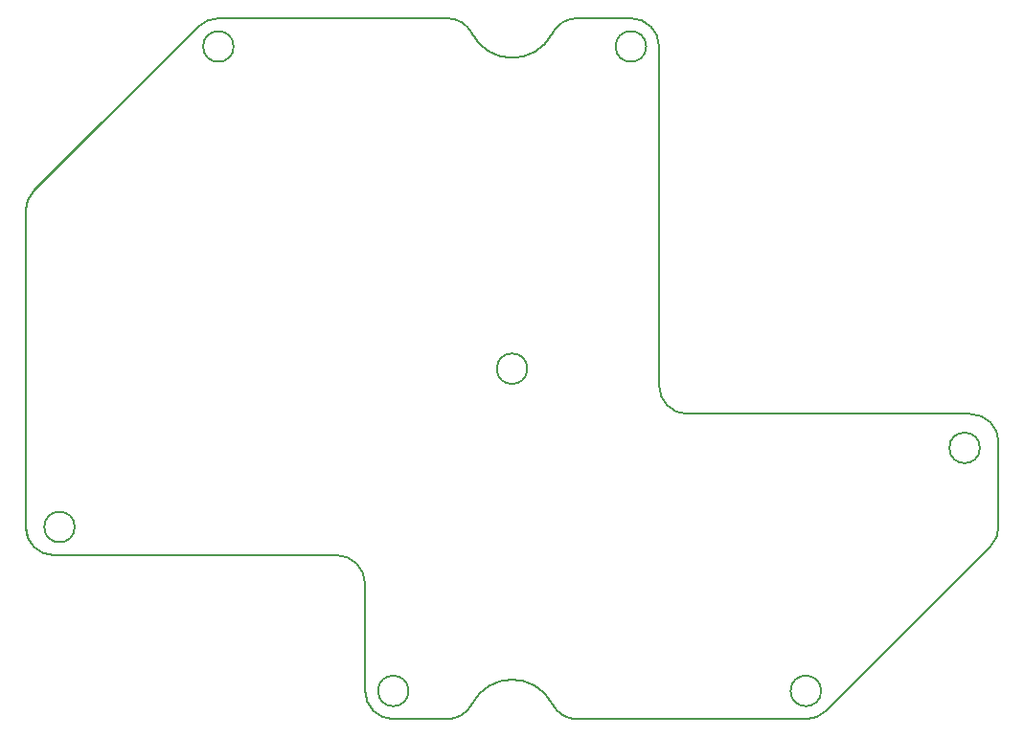
<source format=gm1>
G04*
G04 #@! TF.GenerationSoftware,Altium Limited,Altium Designer,22.1.2 (22)*
G04*
G04 Layer_Color=16711935*
%FSAX42Y42*%
%MOMM*%
G71*
G04*
G04 #@! TF.SameCoordinates,6FD1DDA5-32B1-4A23-A03F-20BB7E89EF8F*
G04*
G04*
G04 #@! TF.FilePolarity,Positive*
G04*
G01*
G75*
%ADD13C,0.20*%
D13*
X004042Y006210D02*
G03*
X003820Y006345I-000222J-000115D01*
G01*
X004972Y006345D02*
G03*
X004750Y006210I000000J-000250D01*
G01*
X008622Y001671D02*
G03*
X008695Y001848I-000177J000177D01*
G01*
X005695Y006095D02*
G03*
X005445Y006345I-000250J000000D01*
G01*
X004040Y006210D02*
G03*
X004750Y006210I000355J000185D01*
G01*
X001799Y006345D02*
G03*
X001622Y006271I-000000J-000250D01*
G01*
X008530Y002545D02*
G03*
X008530Y002545I-000135J000000D01*
G01*
X008695Y002595D02*
G03*
X008445Y002845I-000250J000000D01*
G01*
X005695Y003095D02*
G03*
X005945Y002845I000250J000000D01*
G01*
X000168Y004818D02*
G03*
X000095Y004641I000177J-000177D01*
G01*
Y001845D02*
G03*
X000345Y001595I000250J000000D01*
G01*
X003095Y001345D02*
G03*
X002845Y001595I-000250J000000D01*
G01*
X003095Y000395D02*
G03*
X003345Y000145I000250J000000D01*
G01*
X003819Y000145D02*
G03*
X004040Y000279I-000000J000250D01*
G01*
X004750Y000279D02*
G03*
X004040Y000279I-000355J-000185D01*
G01*
X004750Y000279D02*
G03*
X004972Y000145I000222J000115D01*
G01*
X006992Y000145D02*
G03*
X007168Y000218I000000J000250D01*
G01*
X004530Y003245D02*
G03*
X004530Y003245I-000135J000000D01*
G01*
X005580Y006095D02*
G03*
X005580Y006095I-000135J000000D01*
G01*
X007127Y000395D02*
G03*
X007127Y000395I-000135J000000D01*
G01*
X001934Y006095D02*
G03*
X001934Y006095I-000135J000000D01*
G01*
X003480Y000395D02*
G03*
X003480Y000395I-000135J000000D01*
G01*
X000530Y001845D02*
G03*
X000530Y001845I-000135J000000D01*
G01*
X000168Y004818D02*
G03*
X000095Y004641I000177J-000177D01*
G01*
X001800Y006345D02*
G03*
X001623Y006272I000000J-000250D01*
G01*
X000170Y004818D02*
G03*
X000097Y004641I000177J-000177D01*
G01*
Y001845D02*
G03*
X000347Y001595I000250J000000D01*
G01*
X003820Y000145D02*
G03*
X004042Y000280I000000J000250D01*
G01*
X003097Y000395D02*
G03*
X003347Y000145I000250J000000D01*
G01*
X004751Y000280D02*
G03*
X004042Y000280I-000355J-000185D01*
G01*
X004751D02*
G03*
X004973Y000145I000222J000115D01*
G01*
X006993D02*
G03*
X007170Y000218I000000J000250D01*
G01*
X008623Y001672D02*
G03*
X008697Y001849I-000177J000177D01*
G01*
X004042Y006210D02*
G03*
X004751Y006210I000355J000185D01*
G01*
X007168Y000218D02*
X008622Y001671D01*
X008695Y001848D02*
Y002595D01*
X005695Y003095D02*
Y006095D01*
X004972Y006345D02*
X005445D01*
X001799D02*
X003819D01*
X000168Y004818D02*
X001622Y006271D01*
X005945Y002845D02*
X008445D01*
X000095Y001845D02*
Y004641D01*
X000345Y001595D02*
X002845D01*
X003095Y000395D02*
Y001345D01*
X003345Y000145D02*
X003819D01*
X004972D02*
X006992D01*
X001800Y006345D02*
X003820D01*
X007170Y000218D02*
X008623Y001672D01*
X000097Y001845D02*
Y004641D01*
X000347Y001595D02*
X000547D01*
X003347Y000145D02*
X003820D01*
X004973D02*
X006993D01*
X000170Y004818D02*
X001623Y006272D01*
M02*

</source>
